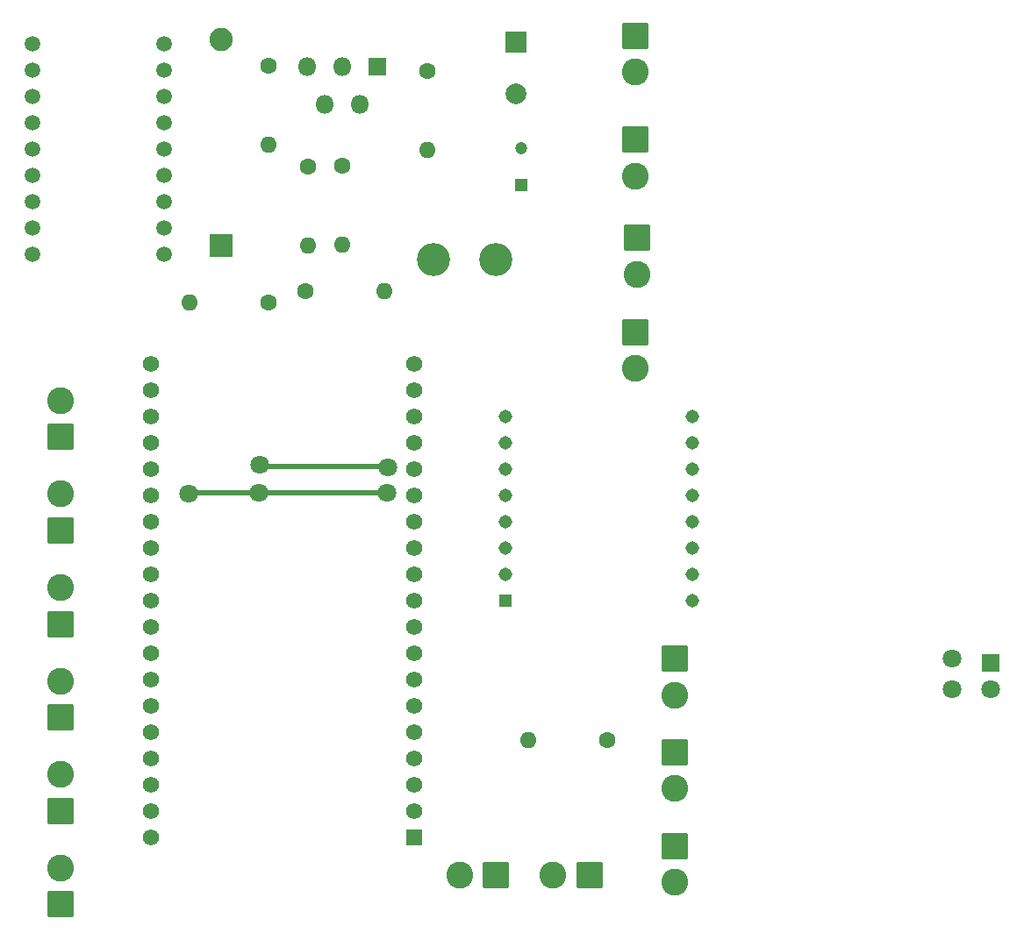
<source format=gbr>
%TF.GenerationSoftware,KiCad,Pcbnew,8.0.8*%
%TF.CreationDate,2025-04-07T11:11:10-04:00*%
%TF.ProjectId,PROTOTYPE,50524f54-4f54-4595-9045-2e6b69636164,rev?*%
%TF.SameCoordinates,Original*%
%TF.FileFunction,Copper,L1,Top*%
%TF.FilePolarity,Positive*%
%FSLAX46Y46*%
G04 Gerber Fmt 4.6, Leading zero omitted, Abs format (unit mm)*
G04 Created by KiCad (PCBNEW 8.0.8) date 2025-04-07 11:11:10*
%MOMM*%
%LPD*%
G01*
G04 APERTURE LIST*
G04 Aperture macros list*
%AMRoundRect*
0 Rectangle with rounded corners*
0 $1 Rounding radius*
0 $2 $3 $4 $5 $6 $7 $8 $9 X,Y pos of 4 corners*
0 Add a 4 corners polygon primitive as box body*
4,1,4,$2,$3,$4,$5,$6,$7,$8,$9,$2,$3,0*
0 Add four circle primitives for the rounded corners*
1,1,$1+$1,$2,$3*
1,1,$1+$1,$4,$5*
1,1,$1+$1,$6,$7*
1,1,$1+$1,$8,$9*
0 Add four rect primitives between the rounded corners*
20,1,$1+$1,$2,$3,$4,$5,0*
20,1,$1+$1,$4,$5,$6,$7,0*
20,1,$1+$1,$6,$7,$8,$9,0*
20,1,$1+$1,$8,$9,$2,$3,0*%
G04 Aperture macros list end*
%TA.AperFunction,ComponentPad*%
%ADD10C,1.600000*%
%TD*%
%TA.AperFunction,ComponentPad*%
%ADD11O,1.600000X1.600000*%
%TD*%
%TA.AperFunction,ComponentPad*%
%ADD12RoundRect,0.250000X1.050000X-1.050000X1.050000X1.050000X-1.050000X1.050000X-1.050000X-1.050000X0*%
%TD*%
%TA.AperFunction,ComponentPad*%
%ADD13C,2.600000*%
%TD*%
%TA.AperFunction,ComponentPad*%
%ADD14RoundRect,0.250000X1.050000X1.050000X-1.050000X1.050000X-1.050000X-1.050000X1.050000X-1.050000X0*%
%TD*%
%TA.AperFunction,ComponentPad*%
%ADD15R,2.000000X2.000000*%
%TD*%
%TA.AperFunction,ComponentPad*%
%ADD16C,2.000000*%
%TD*%
%TA.AperFunction,ComponentPad*%
%ADD17R,1.308000X1.308000*%
%TD*%
%TA.AperFunction,ComponentPad*%
%ADD18C,1.308000*%
%TD*%
%TA.AperFunction,ComponentPad*%
%ADD19R,2.250000X2.250000*%
%TD*%
%TA.AperFunction,ComponentPad*%
%ADD20C,2.250000*%
%TD*%
%TA.AperFunction,ComponentPad*%
%ADD21R,1.200000X1.200000*%
%TD*%
%TA.AperFunction,ComponentPad*%
%ADD22C,1.200000*%
%TD*%
%TA.AperFunction,ComponentPad*%
%ADD23RoundRect,0.250000X-1.050000X1.050000X-1.050000X-1.050000X1.050000X-1.050000X1.050000X1.050000X0*%
%TD*%
%TA.AperFunction,ComponentPad*%
%ADD24C,3.200000*%
%TD*%
%TA.AperFunction,ComponentPad*%
%ADD25C,1.500000*%
%TD*%
%TA.AperFunction,ComponentPad*%
%ADD26R,1.800000X1.800000*%
%TD*%
%TA.AperFunction,ComponentPad*%
%ADD27C,1.800000*%
%TD*%
%TA.AperFunction,ComponentPad*%
%ADD28R,1.560000X1.560000*%
%TD*%
%TA.AperFunction,ComponentPad*%
%ADD29C,1.560000*%
%TD*%
%TA.AperFunction,ComponentPad*%
%ADD30O,1.800000X1.800000*%
%TD*%
%TA.AperFunction,ViaPad*%
%ADD31C,1.800000*%
%TD*%
%TA.AperFunction,Conductor*%
%ADD32C,0.500000*%
%TD*%
G04 APERTURE END LIST*
D10*
%TO.P,R7,1*%
%TO.N,GNDREF*%
X73600000Y-45740000D03*
D11*
%TO.P,R7,2*%
%TO.N,Net-(U2-FB)*%
X73600000Y-53360000D03*
%TD*%
D12*
%TO.P,J3,1,Pin_1*%
%TO.N,Net-(EYESPI_18IN_BREAKOUT_BOARD1-SCK)*%
X53550000Y-108650000D03*
D13*
%TO.P,J3,2,Pin_2*%
%TO.N,Net-(EYESPI_18IN_BREAKOUT_BOARD1-SDCS)*%
X53550000Y-105150000D03*
%TD*%
D10*
%TO.P,R6,1*%
%TO.N,Net-(J8-Pin_2)*%
X106260000Y-110850000D03*
D11*
%TO.P,R6,2*%
%TO.N,Net-(U3-IO25)*%
X98640000Y-110850000D03*
%TD*%
D10*
%TO.P,R3,1*%
%TO.N,Net-(U2-~{ON}{slash}OFF)*%
X77400000Y-55490000D03*
D11*
%TO.P,R3,2*%
%TO.N,Net-(U3-IO32)*%
X77400000Y-63110000D03*
%TD*%
D14*
%TO.P,J14,1,Pin_1*%
%TO.N,GNDREF*%
X104575000Y-123882500D03*
D13*
%TO.P,J14,2,Pin_2*%
X101075000Y-123882500D03*
%TD*%
D12*
%TO.P,J4,1,Pin_1*%
%TO.N,Net-(J4-Pin_1)*%
X53550000Y-99650000D03*
D13*
%TO.P,J4,2,Pin_2*%
%TO.N,Net-(J4-Pin_2)*%
X53550000Y-96150000D03*
%TD*%
D15*
%TO.P,C1,1*%
%TO.N,+6V*%
X97500000Y-43500000D03*
D16*
%TO.P,C1,2*%
%TO.N,GNDREF*%
X97500000Y-48500000D03*
%TD*%
D10*
%TO.P,R2-1,1*%
%TO.N,Net-(U2-FB)*%
X80750000Y-55390000D03*
D11*
%TO.P,R2-1,2*%
%TO.N,Net-(R2-1-Pad2)*%
X80750000Y-63010000D03*
%TD*%
D12*
%TO.P,J5,1,Pin_1*%
%TO.N,Net-(EYESPI_18IN_BREAKOUT_BOARD1-RST)*%
X53550000Y-90600000D03*
D13*
%TO.P,J5,2,Pin_2*%
%TO.N,Net-(J5-Pin_2)*%
X53550000Y-87100000D03*
%TD*%
D14*
%TO.P,J7,1,Pin_1*%
%TO.N,Net-(J7-Pin_1)*%
X95550000Y-123857500D03*
D13*
%TO.P,J7,2,Pin_2*%
%TO.N,unconnected-(J7-Pin_2-Pad2)*%
X92050000Y-123857500D03*
%TD*%
D17*
%TO.P,U1,1,VCC*%
%TO.N,+6V*%
X96483000Y-97390000D03*
D18*
%TO.P,U1,2,RX*%
%TO.N,Net-(U1-RX)*%
X96483000Y-94850000D03*
%TO.P,U1,3,TX*%
%TO.N,Net-(U1-TX)*%
X96483000Y-92310000D03*
%TO.P,U1,4,DAC_R*%
%TO.N,unconnected-(U1-DAC_R-Pad4)*%
X96483000Y-89770000D03*
%TO.P,U1,5,DAC_L*%
%TO.N,unconnected-(U1-DAC_L-Pad5)*%
X96483000Y-87230000D03*
%TO.P,U1,6,SPK1*%
%TO.N,Net-(J15-Pin_2)*%
X96483000Y-84690000D03*
%TO.P,U1,7,GND*%
%TO.N,GNDREF*%
X96483000Y-82150000D03*
%TO.P,U1,8,SPK2*%
%TO.N,Net-(J15-Pin_1)*%
X96483000Y-79610000D03*
%TO.P,U1,9,IO1*%
%TO.N,unconnected-(U1-IO1-Pad9)*%
X114517000Y-79610000D03*
%TO.P,U1,10,GND__1*%
%TO.N,unconnected-(U1-GND__1-Pad10)*%
X114517000Y-82150000D03*
%TO.P,U1,11,IO2*%
%TO.N,unconnected-(U1-IO2-Pad11)*%
X114517000Y-84690000D03*
%TO.P,U1,12,ADKEY1*%
%TO.N,unconnected-(U1-ADKEY1-Pad12)*%
X114517000Y-87230000D03*
%TO.P,U1,13,ADKEY2*%
%TO.N,unconnected-(U1-ADKEY2-Pad13)*%
X114517000Y-89770000D03*
%TO.P,U1,14,USB+*%
%TO.N,unconnected-(U1-USB+-Pad14)*%
X114517000Y-92310000D03*
%TO.P,U1,15,USB-*%
%TO.N,unconnected-(U1-USB--Pad15)*%
X114517000Y-94850000D03*
%TO.P,U1,16,BUSY*%
%TO.N,unconnected-(U1-BUSY-Pad16)*%
X114517000Y-97390000D03*
%TD*%
D19*
%TO.P,D1,1,K*%
%TO.N,Net-(D1-K)*%
X69000000Y-63137500D03*
D20*
%TO.P,D1,2,A*%
%TO.N,GNDREF*%
X69000000Y-43237500D03*
%TD*%
D21*
%TO.P,C2,1*%
%TO.N,Net-(EYESPI_18IN_BREAKOUT_BOARD1-Vin)*%
X98000000Y-57250000D03*
D22*
%TO.P,C2,2*%
%TO.N,GNDREF*%
X98000000Y-53750000D03*
%TD*%
D23*
%TO.P,J16,1,Pin_1*%
%TO.N,+3.3V*%
X112782500Y-121100000D03*
D13*
%TO.P,J16,2,Pin_2*%
%TO.N,GNDREF*%
X112782500Y-124600000D03*
%TD*%
D24*
%TO.P,L1,1,1*%
%TO.N,Net-(EYESPI_18IN_BREAKOUT_BOARD1-Vin)*%
X95500000Y-64500000D03*
%TO.P,L1,2,2*%
%TO.N,Net-(D1-K)*%
X89500000Y-64500000D03*
%TD*%
D23*
%TO.P,J8,1,Pin_1*%
%TO.N,Net-(J8-Pin_1)*%
X112800000Y-112050000D03*
D13*
%TO.P,J8,2,Pin_2*%
%TO.N,Net-(J8-Pin_2)*%
X112800000Y-115550000D03*
%TD*%
D10*
%TO.P,R2,1*%
%TO.N,Net-(U3-IO35)*%
X73610000Y-68600000D03*
D11*
%TO.P,R2,2*%
%TO.N,GNDREF*%
X65990000Y-68600000D03*
%TD*%
D10*
%TO.P,R1,1*%
%TO.N,+6V*%
X88900000Y-46290000D03*
D11*
%TO.P,R1,2*%
%TO.N,Net-(U3-IO35)*%
X88900000Y-53910000D03*
%TD*%
D23*
%TO.P,J13,1,Pin_1*%
%TO.N,Net-(EYESPI_18IN_BREAKOUT_BOARD1-Vin)*%
X109175000Y-62375000D03*
D13*
%TO.P,J13,2,Pin_2*%
%TO.N,GNDREF*%
X109175000Y-65875000D03*
%TD*%
D25*
%TO.P,EYESPI_18IN_BREAKOUT_BOARD1,1,Vin*%
%TO.N,Net-(EYESPI_18IN_BREAKOUT_BOARD1-Vin)*%
X63500000Y-63920000D03*
%TO.P,EYESPI_18IN_BREAKOUT_BOARD1,2,Lite*%
%TO.N,Net-(EYESPI_18IN_BREAKOUT_BOARD1-Lite)*%
X63500000Y-61380000D03*
%TO.P,EYESPI_18IN_BREAKOUT_BOARD1,3,Gnd*%
%TO.N,GNDREF*%
X63500000Y-58840000D03*
%TO.P,EYESPI_18IN_BREAKOUT_BOARD1,4,SCK*%
%TO.N,Net-(EYESPI_18IN_BREAKOUT_BOARD1-SCK)*%
X63500000Y-56300000D03*
%TO.P,EYESPI_18IN_BREAKOUT_BOARD1,5,MOSI*%
%TO.N,Net-(EYESPI_18IN_BREAKOUT_BOARD1-MOSI)*%
X63500000Y-53760000D03*
%TO.P,EYESPI_18IN_BREAKOUT_BOARD1,6,MISO*%
%TO.N,Net-(EYESPI_18IN_BREAKOUT_BOARD1-MISO)*%
X63500000Y-51220000D03*
%TO.P,EYESPI_18IN_BREAKOUT_BOARD1,7,DC*%
%TO.N,Net-(EYESPI_18IN_BREAKOUT_BOARD1-DC)*%
X63500000Y-48680000D03*
%TO.P,EYESPI_18IN_BREAKOUT_BOARD1,8,RST*%
%TO.N,Net-(EYESPI_18IN_BREAKOUT_BOARD1-RST)*%
X63500000Y-46140000D03*
%TO.P,EYESPI_18IN_BREAKOUT_BOARD1,9,TCS*%
%TO.N,Net-(EYESPI_18IN_BREAKOUT_BOARD1-TCS)*%
X63500000Y-43600000D03*
%TO.P,EYESPI_18IN_BREAKOUT_BOARD1,10,SDCS*%
%TO.N,Net-(EYESPI_18IN_BREAKOUT_BOARD1-SDCS)*%
X50800000Y-43600000D03*
%TO.P,EYESPI_18IN_BREAKOUT_BOARD1,11,MEMCS*%
%TO.N,unconnected-(EYESPI_18IN_BREAKOUT_BOARD1-MEMCS-Pad11)*%
X50800000Y-46140000D03*
%TO.P,EYESPI_18IN_BREAKOUT_BOARD1,12,TSCS*%
%TO.N,unconnected-(EYESPI_18IN_BREAKOUT_BOARD1-TSCS-Pad12)*%
X50800000Y-48680000D03*
%TO.P,EYESPI_18IN_BREAKOUT_BOARD1,13,SCL*%
%TO.N,unconnected-(EYESPI_18IN_BREAKOUT_BOARD1-SCL-Pad13)*%
X50800000Y-51220000D03*
%TO.P,EYESPI_18IN_BREAKOUT_BOARD1,14,SDA*%
%TO.N,unconnected-(EYESPI_18IN_BREAKOUT_BOARD1-SDA-Pad14)*%
X50800000Y-53760000D03*
%TO.P,EYESPI_18IN_BREAKOUT_BOARD1,15,INT*%
%TO.N,unconnected-(EYESPI_18IN_BREAKOUT_BOARD1-INT-Pad15)*%
X50800000Y-56300000D03*
%TO.P,EYESPI_18IN_BREAKOUT_BOARD1,16,BUSY*%
%TO.N,unconnected-(EYESPI_18IN_BREAKOUT_BOARD1-BUSY-Pad16)*%
X50800000Y-58840000D03*
%TO.P,EYESPI_18IN_BREAKOUT_BOARD1,17,GP1*%
%TO.N,unconnected-(EYESPI_18IN_BREAKOUT_BOARD1-GP1-Pad17)*%
X50800000Y-61380000D03*
%TO.P,EYESPI_18IN_BREAKOUT_BOARD1,18,GP2*%
%TO.N,unconnected-(EYESPI_18IN_BREAKOUT_BOARD1-GP2-Pad18)*%
X50800000Y-63920000D03*
%TD*%
D26*
%TO.P,D2,1,K*%
%TO.N,unconnected-(D2-K-Pad1)*%
X143275000Y-103405000D03*
D27*
%TO.P,D2,2,A*%
%TO.N,unconnected-(D2-A-Pad2)*%
X143275000Y-105945000D03*
%TD*%
D28*
%TO.P,U3,J2-1,3V3*%
%TO.N,+3.3V*%
X87700000Y-120260000D03*
D29*
%TO.P,U3,J2-2,EN*%
%TO.N,unconnected-(U3-EN-PadJ2-2)*%
X87700000Y-117720000D03*
%TO.P,U3,J2-3,SENSOR_VP*%
%TO.N,unconnected-(U3-SENSOR_VP-PadJ2-3)*%
X87700000Y-115180000D03*
%TO.P,U3,J2-4,SENSOR_VN*%
%TO.N,unconnected-(U3-SENSOR_VN-PadJ2-4)*%
X87700000Y-112640000D03*
%TO.P,U3,J2-5,IO34*%
%TO.N,unconnected-(U3-IO34-PadJ2-5)*%
X87700000Y-110100000D03*
%TO.P,U3,J2-6,IO35*%
%TO.N,Net-(U3-IO35)*%
X87700000Y-107560000D03*
%TO.P,U3,J2-7,IO32*%
%TO.N,Net-(U3-IO32)*%
X87700000Y-105020000D03*
%TO.P,U3,J2-8,IO33*%
%TO.N,Net-(J7-Pin_1)*%
X87700000Y-102480000D03*
%TO.P,U3,J2-9,IO25*%
%TO.N,Net-(U3-IO25)*%
X87700000Y-99940000D03*
%TO.P,U3,J2-10,IO26*%
%TO.N,Net-(U1-TX)*%
X87700000Y-97400000D03*
%TO.P,U3,J2-11,IO27*%
%TO.N,Net-(U1-RX)*%
X87700000Y-94860000D03*
%TO.P,U3,J2-12,IO14*%
%TO.N,Net-(J8-Pin_1)*%
X87700000Y-92320000D03*
%TO.P,U3,J2-13,IO12*%
%TO.N,Net-(J10-Pin_2)*%
X87700000Y-89780000D03*
%TO.P,U3,J2-14,GND1*%
%TO.N,GNDREF*%
X87700000Y-87240000D03*
%TO.P,U3,J2-15,IO13*%
%TO.N,Net-(EYESPI_18IN_BREAKOUT_BOARD1-Lite)*%
X87700000Y-84700000D03*
%TO.P,U3,J2-16,SD2*%
%TO.N,unconnected-(U3-SD2-PadJ2-16)*%
X87700000Y-82160000D03*
%TO.P,U3,J2-17,SD3*%
%TO.N,unconnected-(U3-SD3-PadJ2-17)*%
X87700000Y-79620000D03*
%TO.P,U3,J2-18,CMD*%
%TO.N,unconnected-(U3-CMD-PadJ2-18)*%
X87700000Y-77080000D03*
%TO.P,U3,J2-19,EXT_5V*%
%TO.N,+6V*%
X87700000Y-74540000D03*
%TO.P,U3,J3-1,GND3*%
%TO.N,GNDREF*%
X62300000Y-120260000D03*
%TO.P,U3,J3-2,IO23*%
%TO.N,Net-(EYESPI_18IN_BREAKOUT_BOARD1-MOSI)*%
X62300000Y-117720000D03*
%TO.P,U3,J3-3,IO22*%
%TO.N,Net-(J1-Pin_2)*%
X62300000Y-115180000D03*
%TO.P,U3,J3-4,TXD0*%
%TO.N,unconnected-(U3-TXD0-PadJ3-4)*%
X62300000Y-112640000D03*
%TO.P,U3,J3-5,RXD0*%
%TO.N,unconnected-(U3-RXD0-PadJ3-5)*%
X62300000Y-110100000D03*
%TO.P,U3,J3-6,IO21*%
%TO.N,Net-(J2-Pin_1)*%
X62300000Y-107560000D03*
%TO.P,U3,J3-7,GND2*%
%TO.N,GNDREF*%
X62300000Y-105020000D03*
%TO.P,U3,J3-8,IO19*%
%TO.N,Net-(EYESPI_18IN_BREAKOUT_BOARD1-MISO)*%
X62300000Y-102480000D03*
%TO.P,U3,J3-9,IO18*%
%TO.N,Net-(EYESPI_18IN_BREAKOUT_BOARD1-SCK)*%
X62300000Y-99940000D03*
%TO.P,U3,J3-10,IO5*%
%TO.N,Net-(EYESPI_18IN_BREAKOUT_BOARD1-SDCS)*%
X62300000Y-97400000D03*
%TO.P,U3,J3-11,IO17*%
%TO.N,Net-(J4-Pin_1)*%
X62300000Y-94860000D03*
%TO.P,U3,J3-12,IO16*%
%TO.N,Net-(J4-Pin_2)*%
X62300000Y-92320000D03*
%TO.P,U3,J3-13,IO4*%
%TO.N,Net-(EYESPI_18IN_BREAKOUT_BOARD1-RST)*%
X62300000Y-89780000D03*
%TO.P,U3,J3-14,IO0*%
%TO.N,Net-(J5-Pin_2)*%
X62300000Y-87240000D03*
%TO.P,U3,J3-15,IO2*%
%TO.N,Net-(EYESPI_18IN_BREAKOUT_BOARD1-DC)*%
X62300000Y-84700000D03*
%TO.P,U3,J3-16,IO15*%
%TO.N,Net-(EYESPI_18IN_BREAKOUT_BOARD1-TCS)*%
X62300000Y-82160000D03*
%TO.P,U3,J3-17,SD1*%
%TO.N,unconnected-(U3-SD1-PadJ3-17)*%
X62300000Y-79620000D03*
%TO.P,U3,J3-18,SD0*%
%TO.N,unconnected-(U3-SD0-PadJ3-18)*%
X62300000Y-77080000D03*
%TO.P,U3,J3-19,CLK*%
%TO.N,unconnected-(U3-CLK-PadJ3-19)*%
X62300000Y-74540000D03*
%TD*%
D23*
%TO.P,J10,1,Pin_1*%
%TO.N,Net-(EYESPI_18IN_BREAKOUT_BOARD1-Lite)*%
X112800000Y-103000000D03*
D13*
%TO.P,J10,2,Pin_2*%
%TO.N,Net-(J10-Pin_2)*%
X112800000Y-106500000D03*
%TD*%
D10*
%TO.P,R2-2,1*%
%TO.N,Net-(R2-1-Pad2)*%
X77200000Y-67550000D03*
D11*
%TO.P,R2-2,2*%
%TO.N,Net-(EYESPI_18IN_BREAKOUT_BOARD1-Vin)*%
X84820000Y-67550000D03*
%TD*%
D23*
%TO.P,J12,1,Pin_1*%
%TO.N,Net-(EYESPI_18IN_BREAKOUT_BOARD1-Vin)*%
X108965000Y-52900000D03*
D13*
%TO.P,J12,2,Pin_2*%
X108965000Y-56400000D03*
%TD*%
D12*
%TO.P,J6,1,Pin_1*%
%TO.N,Net-(EYESPI_18IN_BREAKOUT_BOARD1-DC)*%
X53550000Y-81600000D03*
D13*
%TO.P,J6,2,Pin_2*%
%TO.N,Net-(EYESPI_18IN_BREAKOUT_BOARD1-TCS)*%
X53550000Y-78100000D03*
%TD*%
D23*
%TO.P,J15,1,Pin_1*%
%TO.N,Net-(J15-Pin_1)*%
X109000000Y-71500000D03*
D13*
%TO.P,J15,2,Pin_2*%
%TO.N,Net-(J15-Pin_2)*%
X109000000Y-75000000D03*
%TD*%
D26*
%TO.P,U2,1,VIN*%
%TO.N,+6V*%
X84100000Y-45800000D03*
D30*
%TO.P,U2,2,OUT*%
%TO.N,Net-(D1-K)*%
X82400000Y-49500000D03*
%TO.P,U2,3,GND*%
%TO.N,GNDREF*%
X80700000Y-45800000D03*
%TO.P,U2,4,FB*%
%TO.N,Net-(U2-FB)*%
X79000000Y-49500000D03*
%TO.P,U2,5,~{ON}/OFF*%
%TO.N,Net-(U2-~{ON}{slash}OFF)*%
X77300000Y-45800000D03*
%TD*%
D12*
%TO.P,J1,1,Pin_1*%
%TO.N,Net-(EYESPI_18IN_BREAKOUT_BOARD1-MOSI)*%
X53550000Y-126700000D03*
D13*
%TO.P,J1,2,Pin_2*%
%TO.N,Net-(J1-Pin_2)*%
X53550000Y-123200000D03*
%TD*%
D23*
%TO.P,J11,1,Pin_1*%
%TO.N,+6V*%
X108965000Y-42850000D03*
D13*
%TO.P,J11,2,Pin_2*%
%TO.N,GNDREF*%
X108965000Y-46350000D03*
%TD*%
D12*
%TO.P,J2,1,Pin_1*%
%TO.N,Net-(J2-Pin_1)*%
X53550000Y-117700000D03*
D13*
%TO.P,J2,2,Pin_2*%
%TO.N,Net-(EYESPI_18IN_BREAKOUT_BOARD1-MISO)*%
X53550000Y-114200000D03*
%TD*%
D31*
%TO.N,GNDREF*%
X85000000Y-87000000D03*
X72700000Y-87000000D03*
X65900000Y-87050000D03*
%TO.N,unconnected-(D2-K-Pad1)*%
X139525000Y-102975000D03*
%TO.N,Net-(EYESPI_18IN_BREAKOUT_BOARD1-Lite)*%
X85150000Y-84550000D03*
X72750000Y-84300000D03*
%TO.N,unconnected-(D2-A-Pad2)*%
X139525000Y-105925000D03*
%TD*%
D32*
%TO.N,GNDREF*%
X65900000Y-87050000D02*
X65950000Y-87000000D01*
X65950000Y-87000000D02*
X72700000Y-87000000D01*
X72700000Y-87000000D02*
X85000000Y-87000000D01*
%TO.N,Net-(EYESPI_18IN_BREAKOUT_BOARD1-Lite)*%
X85050000Y-84450000D02*
X85150000Y-84550000D01*
X72900000Y-84450000D02*
X85050000Y-84450000D01*
X72750000Y-84300000D02*
X72900000Y-84450000D01*
%TD*%
M02*

</source>
